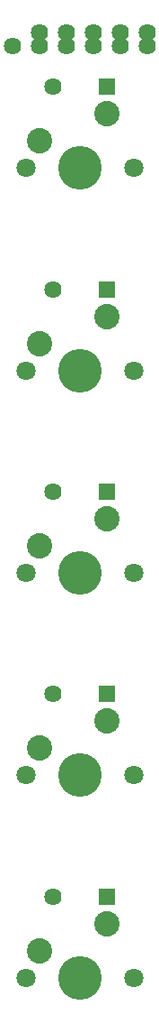
<source format=gts>
%TF.GenerationSoftware,KiCad,Pcbnew,5.1.6-1.fc32*%
%TF.CreationDate,2020-08-03T22:39:13-06:00*%
%TF.ProjectId,5_switch_column,355f7377-6974-4636-985f-636f6c756d6e,01*%
%TF.SameCoordinates,Original*%
%TF.FileFunction,Soldermask,Top*%
%TF.FilePolarity,Negative*%
%FSLAX46Y46*%
G04 Gerber Fmt 4.6, Leading zero omitted, Abs format (unit mm)*
G04 Created by KiCad (PCBNEW 5.1.6-1.fc32) date 2020-08-03 22:39:13*
%MOMM*%
%LPD*%
G01*
G04 APERTURE LIST*
%ADD10C,2.387600*%
%ADD11C,4.101600*%
%ADD12C,1.801600*%
%ADD13R,1.625600X1.625600*%
%ADD14C,1.625600*%
G04 APERTURE END LIST*
D10*
%TO.C,S1*%
X120000000Y-80000000D03*
X113650000Y-82540000D03*
D11*
X117460000Y-85080000D03*
D12*
X112380000Y-85080000D03*
X122540000Y-85080000D03*
D13*
X120000000Y-77460000D03*
D14*
X114920000Y-77460000D03*
%TD*%
%TO.C,S2*%
X114920000Y-96460000D03*
D13*
X120000000Y-96460000D03*
D12*
X122540000Y-104080000D03*
X112380000Y-104080000D03*
D11*
X117460000Y-104080000D03*
D10*
X113650000Y-101540000D03*
X120000000Y-99000000D03*
%TD*%
%TO.C,S3*%
X120000000Y-118000000D03*
X113650000Y-120540000D03*
D11*
X117460000Y-123080000D03*
D12*
X112380000Y-123080000D03*
X122540000Y-123080000D03*
D13*
X120000000Y-115460000D03*
D14*
X114920000Y-115460000D03*
%TD*%
%TO.C,S4*%
X114920000Y-134460000D03*
D13*
X120000000Y-134460000D03*
D12*
X122540000Y-142080000D03*
X112380000Y-142080000D03*
D11*
X117460000Y-142080000D03*
D10*
X113650000Y-139540000D03*
X120000000Y-137000000D03*
%TD*%
%TO.C,S5*%
X120000000Y-156000000D03*
X113650000Y-158540000D03*
D11*
X117460000Y-161080000D03*
D12*
X112380000Y-161080000D03*
X122540000Y-161080000D03*
D13*
X120000000Y-153460000D03*
D14*
X114920000Y-153460000D03*
%TD*%
%TO.C,U1*%
X111125000Y-73660000D03*
X113665000Y-73660000D03*
X116205000Y-73660000D03*
X118745000Y-73660000D03*
X121285000Y-73660000D03*
X123825000Y-73660000D03*
X113665000Y-72390000D03*
X116205000Y-72390000D03*
X118745000Y-72390000D03*
X121285000Y-72390000D03*
X123825000Y-72390000D03*
%TD*%
M02*

</source>
